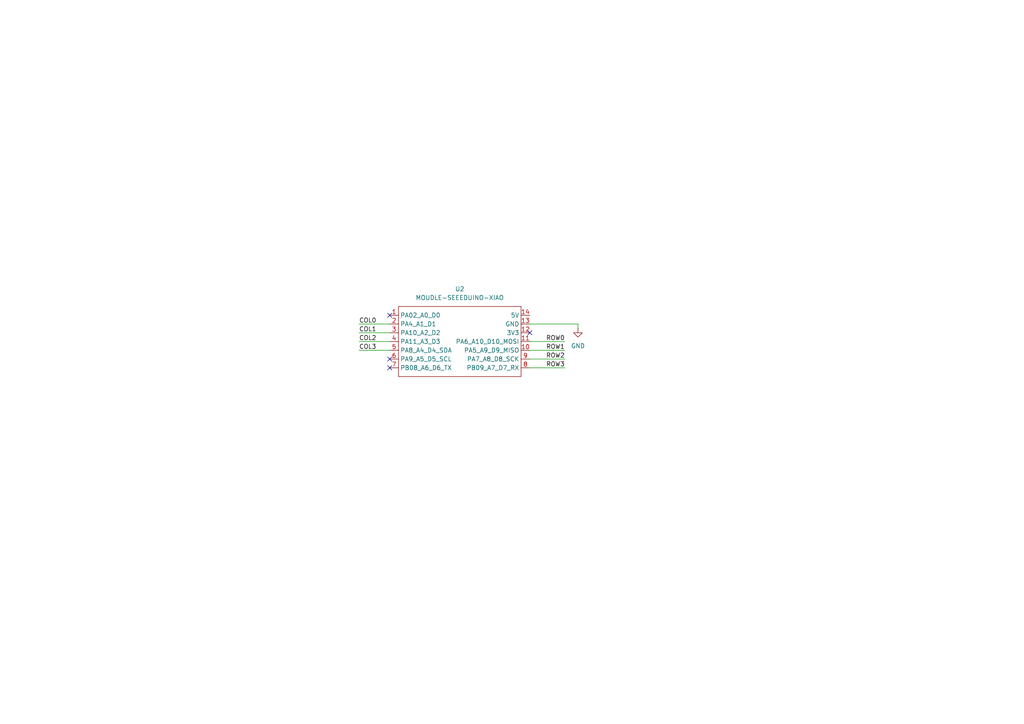
<source format=kicad_sch>
(kicad_sch (version 20250114) (generator "eeschema") (generator_version "9.0")
  (paper "A4")
  (lib_symbols
    (symbol "XIAO_RP2040:MOUDLE-SEEEDUINO-XIAO"
      (property "Reference" "U" (at -16.51 11.43 0))
      (property "Value" "MOUDLE-SEEEDUINO-XIAO" (at -3.81 -11.43 0))
      (symbol "MOUDLE-SEEEDUINO-XIAO_0_1"
        (rectangle (start -16.51 10.16) (end 19.05 -10.16))
      )
      (symbol "MOUDLE-SEEEDUINO-XIAO_1_1"
        (pin passive line (at -19.05 7.62 0) (length 2.54) (name "PA02_A0_D0") (number "1"))
        (pin passive line (at -19.05 5.08 0) (length 2.54) (name "PA4_A1_D1") (number "2"))
        (pin passive line (at -19.05 2.54 0) (length 2.54) (name "PA10_A2_D2") (number "3"))
        (pin passive line (at -19.05 0 0) (length 2.54) (name "PA11_A3_D3") (number "4"))
        (pin passive line (at -19.05 -2.54 0) (length 2.54) (name "PA8_A4_D4_SDA") (number "5"))
        (pin passive line (at -19.05 -5.08 0) (length 2.54) (name "PA9_A5_D5_SCL") (number "6"))
        (pin passive line (at -19.05 -7.62 0) (length 2.54) (name "PB08_A6_D6_TX") (number "7"))
        (pin passive line (at 21.59 7.62 180) (length 2.54) (name "5V") (number "14"))
        (pin passive line (at 21.59 5.08 180) (length 2.54) (name "GND") (number "13"))
        (pin passive line (at 21.59 2.54 180) (length 2.54) (name "3V3") (number "12"))
        (pin passive line (at 21.59 0 180) (length 2.54) (name "PA6_A10_D10_MOSI") (number "11"))
        (pin passive line (at 21.59 -2.54 180) (length 2.54) (name "PA5_A9_D9_MISO") (number "10"))
        (pin passive line (at 21.59 -5.08 180) (length 2.54) (name "PA7_A8_D8_SCK") (number "9"))
        (pin passive line (at 21.59 -7.62 180) (length 2.54) (name "PB09_A7_D7_RX") (number "8"))
      )
    )
    (symbol "power:GND" (power) (pin_numbers (hide yes)) (pin_names (offset 0) (hide yes))
      (property "Value" "GND" (at 0 -3.81 0))
      (symbol "GND_0_1"
        (polyline (pts (xy 0 0) (xy 0 -1.27) (xy 1.27 -1.27) (xy 0 -2.54) (xy -1.27 -1.27) (xy 0 -1.27)))
      )
      (symbol "GND_1_1"
        (pin power_in line (at 0 0 270) (length 0) (name "~") (number "1"))
      )
    )
  )
  (no_connect (at 113.03 104.14))
  (no_connect (at 113.03 91.44))
  (no_connect (at 113.03 106.68))
  (no_connect (at 153.67 96.52))
  (wire (pts (xy 153.67 101.6) (xy 163.83 101.6)))
  (wire (pts (xy 153.67 104.14) (xy 163.83 104.14)))
  (wire (pts (xy 104.14 99.06) (xy 113.03 99.06)))
  (wire (pts (xy 104.14 96.52) (xy 113.03 96.52)))
  (wire (pts (xy 153.67 99.06) (xy 163.83 99.06)))
  (wire (pts (xy 104.14 93.98) (xy 113.03 93.98)))
  (wire (pts (xy 167.64 93.98) (xy 167.64 95.25)))
  (wire (pts (xy 104.14 101.6) (xy 113.03 101.6)))
  (wire (pts (xy 153.67 93.98) (xy 167.64 93.98)))
  (wire (pts (xy 153.67 106.68) (xy 163.83 106.68)))
  (label "ROW0" (at 163.83 99.06 180))
  (label "COL2" (at 104.14 99.06 0))
  (label "COL1" (at 104.14 96.52 0))
  (label "ROW2" (at 163.83 104.14 180))
  (label "COL0" (at 104.14 93.98 0))
  (label "ROW1" (at 163.83 101.6 180))
  (label "ROW3" (at 163.83 106.68 180))
  (label "COL3" (at 104.14 101.6 0))
  (symbol (lib_id "power:GND") (at 167.64 95.25 0) (unit 1)
    (property "Reference" "#PWR02" (effects (hide yes)))
    (property "Value" "GND" (at 167.64 100.33 0))
    (property "Description" "Power symbol creates a global label with name \"GND\" , ground" (effects (hide yes)))
  )
  (symbol (lib_id "XIAO_RP2040:MOUDLE-SEEEDUINO-XIAO") (at 132.08 99.06 0) (unit 1)
    (property "Reference" "U2" (at 133.35 83.82 0))
    (property "Value" "MOUDLE-SEEEDUINO-XIAO" (at 133.35 86.36 0))
    (property "Footprint" "Seeed Studio XIAO Series Library:XIAO-RP2040-DIP" (effects (hide yes)))
  )
)
</source>
